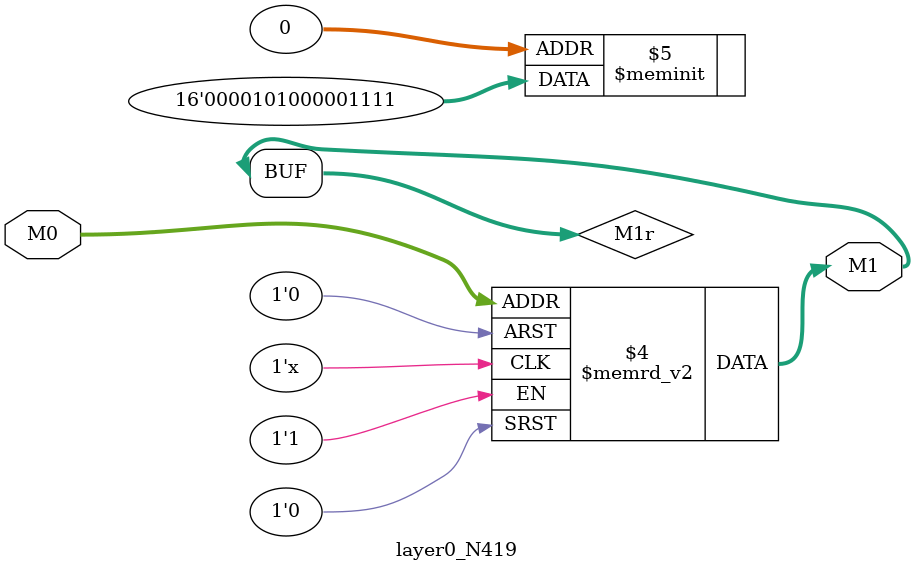
<source format=v>
module layer0_N419 ( input [2:0] M0, output [1:0] M1 );

	(*rom_style = "distributed" *) reg [1:0] M1r;
	assign M1 = M1r;
	always @ (M0) begin
		case (M0)
			3'b000: M1r = 2'b11;
			3'b100: M1r = 2'b10;
			3'b010: M1r = 2'b00;
			3'b110: M1r = 2'b00;
			3'b001: M1r = 2'b11;
			3'b101: M1r = 2'b10;
			3'b011: M1r = 2'b00;
			3'b111: M1r = 2'b00;

		endcase
	end
endmodule

</source>
